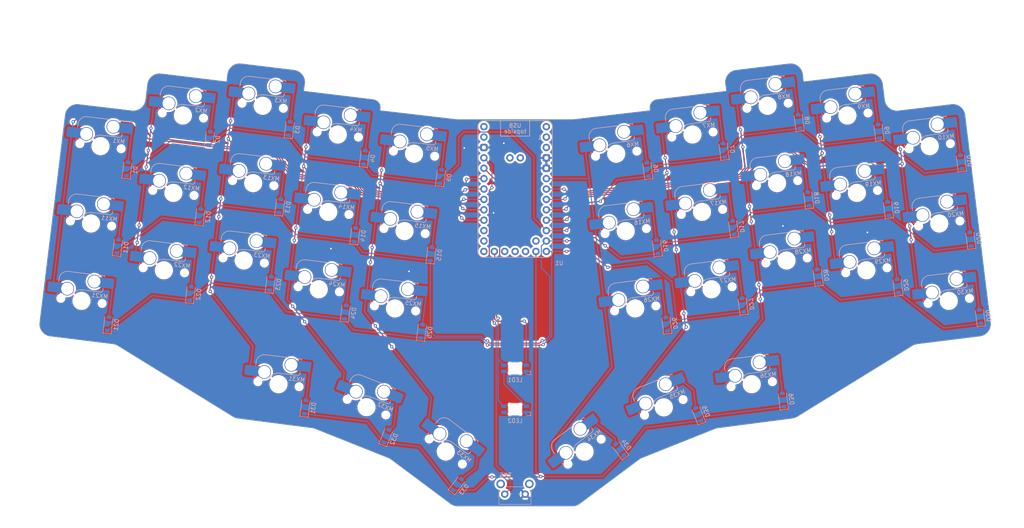
<source format=kicad_pcb>
(kicad_pcb (version 20240108) (generator "pcbnew") (generator_version "8.0")
  (layers (0 "F.Cu" signal) (31 "B.Cu" signal) (34 "B.Paste" user) (35 "F.Paste" user) (36 "B.SilkS" user "B.Silkscreen") (37 "F.SilkS" user "F.Silkscreen") (38 "B.Mask" user) (39 "F.Mask" user) (44 "Edge.Cuts" user))
  (net 0 "")
  (net 1 "ROW1")
  (net 2 "Net-(D1-A)")
  (net 3 "Net-(D2-A)")
  (net 4 "Net-(D3-A)")
  (net 5 "Net-(D4-A)")
  (net 6 "Net-(D5-A)")
  (net 7 "Net-(D6-A)")
  (net 8 "Net-(D7-A)")
  (net 9 "Net-(D8-A)")
  (net 10 "Net-(D9-A)")
  (net 11 "Net-(D10-A)")
  (net 12 "ROW2")
  (net 13 "Net-(D11-A)")
  (net 14 "Net-(D12-A)")
  (net 15 "Net-(D13-A)")
  (net 16 "Net-(D14-A)")
  (net 17 "Net-(D15-A)")
  (net 18 "Net-(D16-A)")
  (net 19 "Net-(D17-A)")
  (net 20 "Net-(D18-A)")
  (net 21 "Net-(D19-A)")
  (net 22 "Net-(D20-A)")
  (net 23 "ROW3")
  (net 24 "Net-(D21-A)")
  (net 25 "Net-(D22-A)")
  (net 26 "Net-(D23-A)")
  (net 27 "Net-(D24-A)")
  (net 28 "Net-(D25-A)")
  (net 29 "Net-(D26-A)")
  (net 30 "Net-(D27-A)")
  (net 31 "Net-(D28-A)")
  (net 32 "Net-(D29-A)")
  (net 33 "Net-(D30-A)")
  (net 34 "ROW4")
  (net 35 "Net-(D31-A)")
  (net 36 "Net-(D32-A)")
  (net 37 "Net-(D33-A)")
  (net 38 "Net-(D34-A)")
  (net 39 "Net-(D35-A)")
  (net 40 "Net-(D36-A)")
  (net 41 "5V")
  (net 43 "D-")
  (net 44 "GND")
  (net 45 "3V3")
  (net 46 "Net-(LED1-DOUT)")
  (net 47 "RGB")
  (net 50 "COL1")
  (net 51 "COL2")
  (net 52 "COL3")
  (net 53 "COL4")
  (net 54 "COL5")
  (net 55 "COL6")
  (net 56 "COL7")
  (net 57 "COL8")
  (net 58 "COL9")
  (net 59 "COL10")
  (net 60 "RESET")
  (net 68 "D+")
  (footprint "marbastlib-mx:SW_MX_HS_CPG151101S11_1u" (layer "B.Cu") (at 259.701515 115.74785 -173)
    (property "Reference" "MX18")
    (property "Value" "MX_SW_HS")
  )
  (footprint "marbastlib-mx:SW_MX_HS_CPG151101S11_1u" (layer "B.Cu") (at 257.380052 96.841036 -173)
    (property "Reference" "MX8")
    (property "Value" "MX_SW_HS")
  )
  (footprint "marbastlib-mx:SW_MX_HS_CPG151101S11_1u" (layer "B.Cu") (at 171.077674 108.555857 173)
    (property "Reference" "MX5")
    (property "Value" "MX_SW_HS")
  )
  (footprint "marbastlib-mx:SW_MX_HS_CPG151101S11_1u" (layer "B.Cu") (at 147.817369 141.690721 173)
    (property "Reference" "MX24")
    (property "Value" "MX_SW_HS")
  )
  (footprint "Diode_SMD:D_SOD-123" (layer "B.Cu") (at 284.536164 103.090323 97)
    (property "Reference" "D9")
    (property "Value" "1N4148W")
  )
  (footprint "Diode_SMD:D_SOD-123" (layer "B.Cu") (at 175.265897 133.059924 83)
    (property "Reference" "D15")
    (property "Value" "1N4148W")
  )
  (footprint "marbastlib-mx:SW_MX_HS_CPG151101S11_1u" (layer "B.Cu") (at 89.89347 144.527719 173)
    (property "Reference" "MX21")
    (property "Value" "MX_SW_HS")
  )
  (footprint "Diode_SMD:D_SOD-123" (layer "B.Cu") (at 118.834899 123.738235 83)
    (property "Reference" "D12")
    (property "Value" "1N4148W")
  )
  (footprint "marbastlib-mx:SW_MX_HS_CPG151101S11_1u" (layer "B.Cu") (at 243.695048 141.690721 -173)
    (property "Reference" "MX27")
    (property "Value" "MX_SW_HS")
  )
  (footprint "Diode_SMD:D_SOD-123" (layer "B.Cu") (at 286.857629 121.997135 97)
    (property "Reference" "D19")
    (property "Value" "1N4148W")
  )
  (footprint "Diode_SMD:D_SOD-123" (layer "B.Cu") (at 96.403158 150.124973 83)
    (property "Reference" "D21")
    (property "Value" "1N4148W")
  )
  (footprint "Diode_SMD:D_SOD-123" (layer "B.Cu") (at 164.314908 177.58364 68)
    (property "Reference" "D32")
    (property "Value" "1N4148W")
  )
  (footprint "marbastlib-mx:SW_MX_HS_CPG151101S11_1u" (layer "B.Cu") (at 212.705825 181.379528 -143)
    (property "Reference" "MX34")
    (property "Value" "MX_SW_HS")
  )
  (footprint "marbastlib-mx:SW_MX_HS_CPG151101S11_1u" (layer "B.Cu") (at 168.756211 127.46267 173)
    (property "Reference" "MX15")
    (property "Value" "MX_SW_HS")
  )
  (footprint "Diode_SMD:D_SOD-123" (layer "B.Cu") (at 156.648522 128.381163 83)
    (property "Reference" "D14")
    (property "Value" "1N4148W")
  )
  (footprint "marbastlib-mx:SW_MX_HS_CPG151101S11_1u" (layer "B.Cu") (at 112.325209 118.14098 173)
    (property "Reference" "MX12")
    (property "Value" "MX_SW_HS")
  )
  (footprint "marbastlib-mx:SW_MX_HS_CPG151101S11_1u" (layer "B.Cu") (at 241.373582 122.783907 -173)
    (property "Reference" "MX17")
    (property "Value" "MX_SW_HS")
  )
  (footprint "Diode_SMD:D_SOD-123" (layer "B.Cu") (at 181.665362 189.431893 53)
    (property "Reference" "D33")
    (property "Value" "1N4148W")
  )
  (footprint "marbastlib-mx:SW_MX_HS_CPG151101S11_1u" (layer "B.Cu") (at 166.434743 146.369483 173)
    (property "Reference" "MX25")
    (property "Value" "MX_SW_HS")
  )
  (footprint "marbastlib-mx:SW_MX_HS_CPG151101S11_1u" (layer "B.Cu") (at 276.865744 99.234166 -173)
    (property "Reference" "MX9")
    (property "Value" "MX_SW_HS")
  )
  (footprint "marbastlib-mx:SW_MX_HS_CPG151101S11_1u" (layer "B.Cu") (at 301.618946 144.52772 -173)
    (property "Reference" "MX30")
    (property "Value" "MX_SW_HS")
  )
  (footprint "marbastlib-mx:SW_MX_HS_CPG151101S11_1u" (layer "B.Cu") (at 150.138834 122.783907 173)
    (property "Reference" "MX14")
    (property "Value" "MX_SW_HS")
  )
  (footprint "marbastlib-mx:SW_MX_HS_CPG151101S11_1u" (layer "B.Cu") (at 281.508675 137.047794 -173)
    (property "Reference" "MX29")
    (property "Value" "MX_SW_HS")
  )
  (footprint "marbastlib-mx:SW_MX_HS_CPG151101S11_1u" (layer "B.Cu") (at 299.297482 125.620906 -173)
    (property "Reference" "MX20")
    (property "Value" "MX_SW_HS")
  )
  (footprint "marbastlib-mx:SW_MX_HS_CPG151101S11_1u" (layer "B.Cu") (at 92.214937 125.620906 173)
    (property "Reference" "MX11")
    (property "Value" "MX_SW_HS")
  )
  (footprint "Diode_SMD:D_SOD-123" (layer "B.Cu") (at 261.190823 168.741047 97)
    (property "Reference" "D36")
    (property "Value" "1N4148W")
  )
  (footprint "Diode_SMD:D_SOD-123" (layer "B.Cu") (at 138.320591 121.345103 83)
    (property "Reference" "D13")
    (property "Value" "1N4148W")
  )
  (footprint "Diode_SMD:D_SOD-123" (layer "B.Cu") (at 289.179096 140.903948 97)
    (property "Reference" "D29")
    (property "Value" "1N4148W")
  )
  (footprint "marbastlib-mx:SW_MX_HS_CPG151101S11_1u" (layer "B.Cu") (at 279.18721 118.140979 -173)
    (property "Reference" "MX19")
    (property "Value" "MX_SW_HS")
  )
  (footprint "Diode_SMD:D_SOD-123" (layer "B.Cu") (at 144.501702 170.482142 83)
    (property "Reference" "D31")
    (property "Value" "1N4148W")
  )
  (footprint "marbastlib-mx:SW_MX_HS_CPG151101S11_1u" (layer "B.Cu") (at 114.646676 99.234166 173)
    (property "Reference" "MX2")
    (property "Value" "MX_SW_HS")
  )
  (footprint "Diode_SMD:D_SOD-123" (layer "B.Cu") (at 306.967903 129.477062 97)
    (property "Reference" "D20")
    (property "Value" "1N4148W")
  )
  (footprint "marbastlib-mx:SW_MX_HS_CPG151101S11_1u" (layer "B.Cu") (at 137.992015 164.88489 173)
    (property "Reference" "MX31")
    (property "Value" "MX_SW_HS")
  )
  (footprint "Diode_SMD:D_SOD-123" (layer "B.Cu") (at 304.646437 110.570249 97)
    (property "Reference" "D10")
    (property "Value" "1N4148W")
  )
  (footprint "Diode_SMD:D_SOD-123" (layer "B.Cu") (at 267.371938 119.604002 97)
    (property "Reference" "D18")
    (property "Value" "1N4148W")
  )
  (footprint "marbastlib-mx:SW_MX_HS_CPG151101S11_1u" (layer "B.Cu") (at 159.475709 170.492279 158)
    (property "Reference" "MX32")
    (property "Value" "MX_SW_HS")
  )
  (footprint "marbastlib-mx:SW_MX_HS_CPG151101S11_1u" (layer "B.Cu") (at 232.056824 170.542422 -158)
    (property "Reference" "MX35")
    (property "Value" "MX_SW_HS")
  )
  (footprint "Diode_SMD:D_SOD-123" (layer "B.Cu") (at 221.276682 180.883843 127)
    (property "Reference" "D34")
    (property "Value" "1N4148W")
  )
  (footprint "marbastlib-mx:SW_MX_HS_CPG151101S11_1u" (layer "B.Cu") (at 225.077673 146.369484 -173)
    (property "Reference" "MX26")
    (property "Value" "MX_SW_HS")
  )
  (footprint "Diode_SMD:D_SOD-123" (layer "B.Cu") (at 101.04609 112.311349 83)
    (property "Reference" "D1")
    (property "Value" "1N4148W")
  )
  (footprint "Diode_SMD:D_SOD-123" (layer "B.Cu") (at 249.044002 126.640061 97)
    (property "Reference" "D17")
    (property "Value" "1N4148W")
  )
  (footprint "marbastlib-mx:SW_MX_HS_CPG151101S11_1u" (layer "B.Cu") (at 222.756207 127.462671 -173)
    (property "Reference" "MX16")
    (property "Value" "MX_SW_HS")
  )
  (footprint "Diode_SMD:D_SOD-123" (layer "B.Cu") (at 135.999125 140.251914 83)
    (property "Reference" "D23")
    (property "Value" "1N4148W")
  )
  (footprint "marbastlib-mx:SW_MX_HS_CPG151101S11_1u" (layer "B.Cu") (at 134.132366 96.841036 173)
    (property "Reference" "MX3")
    (property "Value" "MX_SW_HS")
  )
  (footprint "Diode_SMD:D_SOD-123" (layer "B.Cu") (at 154.327057 147.287976 83)
    (property "Reference" "D24")
    (property "Value" "1N4148W")
  )
  (footprint "marbastlib-mx:SW_MX_HS_CPG151101S11_1u" (layer "B.Cu") (at 129.489438 134.654663 173)
    (property "Reference" "MX23")
    (property "Value" "MX_SW_HS")
  )
  (footprint "marbastlib-mx:SW_MX_HS_CPG151101S11_1u" (layer "B.Cu") (at 262.022977 134.654667 -173)
    (property "Reference" "MX28")
    (property "Value" "MX_SW_HS")
  )
  (footprint "Diode_SMD:D_SOD-123" (layer "B.Cu") (at 228.105164 112.412011 97)
    (property "Reference" "D6")
    (property "Value" "1N4148W")
  )
  (footprint "marbastlib-mx:SW_MX_HS_CPG151101S11_1u" (layer "B.Cu") (at 253.520405 164.88489 -173)
    (property "Reference" "MX36")
    (property "Value" "MX_SW_HS")
  )
  (footprint "marbastlib-mx:SW_MX_HS_CPG151101S11_1u" (layer "B.Cu") (at 220.434742 108.555858 -173)
    (property "Reference" "MX6")
    (property "Value" "MX_SW_HS")
  )
  (footprint "marbastlib-various:SW_SKHLLCA010" (layer "B.Cu") (at 195.725 190.5)
    (property "Reference" "SW1")
    (property "Value" "SW_Push")
  )
  (footprint "Diode_SMD:D_SOD-123" (layer "B.Cu") (at 240.46393 172.281935 112)
    (property "Reference" "D35")
    (property "Value" "1N4148W")
  )
  (footprint "marbastlib-mx:SW_MX_HS_CPG151101S11_1u" (layer "B.Cu") (at 296.976018 106.714093 -173)
    (property "Reference" "MX10")
    (property "Value" "MX_SW_HS")
  )
  (footprint "Diode_SMD:D_SOD-123" (layer "B.Cu") (at 121.156365 104.831416 83)
    (property "Reference" "D2")
    (property "Value" "1N4148W")
  )
  (footprint "marbastlib-mx:SW_MX_HS_CPG151101S11_1u" (layer "B.Cu") (at 178.826434 181.329686 143)
    (property "Reference" "MX33")
    (property "Value" "MX_SW_HS")
  )
  (footprint "Diode_SMD:D_SOD-123" (layer "B.Cu") (at 269.693402 138.510821 97)
    (property "Reference" "D28")
    (property "Value" "1N4148W")
  )
  (footprint "marbastlib-mx:SW_MX_HS_CPG151101S11_1u" (layer "B.Cu") (at 152.4603 103.877094 173)
    (property "Reference" "MX4")
    (property "Value" "MX_SW_HS")
  )
  (footprint "Diode_SMD:D_SOD-123" (layer "B.Cu") (at 232.748097 150.225636 97)
    (property "Reference" "D26")
    (property "Value" "1N4148W")
  )
  (footprint "Diode_SMD:D_SOD-123" (layer "B.Cu") (at 309.289368 148.383874 97)
    (property "Reference" "D30")
    (property "Value" "1N4148W")
  )
  (footprint "marbastlib-mx:SW_MX_HS_CPG151101S11_1u" (layer "B.Cu") (at 94.536402 106.714093 173)
    (property "Reference" "MX1")
    (property "Value" "MX_SW_HS")
  )
  (footprint "PCM_marbastlib-xp-promicroish:Helios_AH_USBup" (layer "B.Cu") (at 195.756209 118.462671 180)
    (property "Reference" "U1")
    (property "Value" "Helios")
  )
  (footprint "Diode_SMD:D_SOD-123" (layer "B.Cu") (at 116.505804 142.707181 83)
    (property "Reference" "D22")
    (property "Value" "1N4148W")
  )
  (footprint "Diode_SMD:D_SOD-123" (layer "B.Cu") (at 265.050473 100.697189 97)
    (property "Reference" "D8")
    (property "Value" "1N4148W")
  )
  (footprint "Diode_SMD:D_SOD-123" (layer "B.Cu") (at 246.722536 107.733252 97)
    (property "Reference" "D7")
    (property "Value" "1N4148W")
  )
  (footprint "marbastlib-mx:SW_MX_HS_CPG151101S11_1u" (layer "B.Cu") (at 131.810902 115.747851 173)
    (property "Reference" "MX13")
    (property "Value" "MX_SW_HS")
  )
  (footprint "marbastlib-mx:SW_MX_HS_CPG151101S11_1u" (layer "B.Cu") (at 239.052118 103.877094 -173)
    (property "Reference" "MX7")
    (property "Value" "MX_SW_HS")
  )
  (footprint "marbastlib-mx:SW_MX_HS_CPG151101S11_1u" (layer "B.Cu") (at 110.003745 137.047792 173)
    (property "Reference" "MX22")
    (property "Value" "MX_SW_HS")
  )
  (footprint "Diode_SMD:D_SOD-123" (layer "B.Cu") (at 172.944428 151.96674 83)
    (property "Reference" "D25")
    (property "Value" "1N4148W")
  )
  (footprint "PCM_marbastlib-various:LED_6028R" (layer "B.Cu") (at 195.75 161.025 180)
    (property "Reference" "LED1")
    (property "Value" "SK6812MINI-E")
    (fp_line (start 1.699999 0.702843) (end 1.699999 -0.702841) (stroke (width 0.1)) (layer "Edge.Cuts"))
    (fp_line (start 0.794452 -1.499999) (end -0.794452 -1.499999) (stroke (width 0.1)) (layer "Edge.Cuts"))
    (fp_line (start -0.794453 1.5) (end 0.794452 1.5) (stroke (width 0.1)) (layer "Edge.Cuts"))
    (fp_line (start -1.699999 -0.702841) (end -1.699999 0.702843) (stroke (width 0.1)) (layer "Edge.Cuts"))
    (fp_arc (start 1.749484 0.919721) (mid 1.712526 0.814069) (end 1.699999 0.702843) (stroke (width 0.1)) (layer "Edge.Cuts"))
    (fp_arc (start 1.749484 0.919721) (mid 1.638072 1.504036) (end 1.046711 1.5683) (stroke (width 0.1)) (layer "Edge.Cuts"))
    (fp_arc (start 1.699999 -0.702842) (mid 1.712536 -0.814064) (end 1.749484 -0.919719) (stroke (width 0.1)) (layer "Edge.Cuts"))
    (fp_arc (start 1.046711 -1.568296) (mid 1.63807 -1.504033) (end 1.749484 -0.919719) (stroke (width 0.1)) (layer "Edge.Cuts"))
    (fp_arc (start 1.04671 -1.568298) (mid 0.925122 -1.517376) (end 0.794452 -1.499999) (stroke (width 0.1)) (layer "Edge.Cuts"))
    (fp_arc (start 0.794453 1.500001) (mid 0.925123 1.517378) (end 1.046711 1.5683) (stroke (width 0.1)) (layer "Edge.Cuts"))
    (fp_arc (start -0.794452 -1.499999) (mid -0.925123 -1.517376) (end -1.046711 -1.568298) (stroke (width 0.1)) (layer "Edge.Cuts"))
    (fp_arc (start -1.046711 1.568299) (mid -0.925123 1.517377) (end -0.794453 1.5) (stroke (width 0.1)) (layer "Edge.Cuts"))
    (fp_arc (start -1.046711 1.568299) (mid -1.638071 1.504036) (end -1.749484 0.919721) (stroke (width 0.1)) (layer "Edge.Cuts"))
    (fp_arc (start -1.699999 0.702844) (mid -1.712527 0.814069) (end -1.749484 0.919721) (stroke (width 0.1)) (layer "Edge.Cuts"))
    (fp_arc (start -1.749484 -0.919718) (mid -1.638072 -1.504034) (end -1.046711 -1.568298) (stroke (width 0.1)) (layer "Edge.Cuts"))
    (fp_arc (start -1.749484 -0.919719) (mid -1.712527 -0.814067) (end -1.699999 -0.702841) (stroke (width 0.1)) (layer "Edge.Cuts"))
  )
  (footprint "Diode_SMD:D_SOD-123" (layer "B.Cu") (at 140.642056 102.43829 83)
    (property "Reference" "D3")
    (property "Value" "1N4148W")
  )
  (footprint "Diode_SMD:D_SOD-123" (layer "B.Cu") (at 177.587363 114.15311 83)
    (property "Reference" "D5")
    (property "Value" "1N4148W")
  )
  (footprint "Diode_SMD:D_SOD-123" (layer "B.Cu") (at 230.426631 131.318823 97)
    (property "Reference" "D16")
    (property "Value" "1N4148W")
  )
  (footprint "Diode_SMD:D_SOD-123" (layer "B.Cu") (at 98.724628 131.218161 83)
    (property "Reference" "D11")
    (property "Value" "1N4148W")
  )
  (footprint "Diode_SMD:D_SOD-123" (layer "B.Cu") (at 251.365468 145.546875 97)
    (property "Reference" "D27")
    (property "Value" "1N4148W")
  )
  (footprint "Diode_SMD:D_SOD-123" (layer "B.Cu") (at 158.96999 109.47435 83)
    (property "Reference" "D4")
    (property "Value" "1N4148W")
  )
  (footprint "PCM_marbastlib-various:LED_6028R" (layer "B.Cu") (at 195.749997 171.025004 180)
    (property "Reference" "LED2")
    (property "Value" "SK6812MINI-E")
    (fp_line (start 1.699999 0.702843) (end 1.699999 -0.702841) (stroke (width 0.1)) (layer "Edge.Cuts"))
    (fp_line (start 0.794452 -1.499999) (end -0.794452 -1.499999) (stroke (width 0.1)) (layer "Edge.Cuts"))
    (fp_line (start -0.794453 1.5) (end 0.794452 1.5) (stroke (width 0.1)) (layer "Edge.Cuts"))
    (fp_line (start -1.699999 -0.702841) (end -1.699999 0.702843) (stroke (width 0.1)) (layer "Edge.Cuts"))
    (fp_arc (start 1.749484 0.919721) (mid 1.712526 0.814069) (end 1.699999 0.702843) (stroke (width 0.1)) (layer "Edge.Cuts"))
    (fp_arc (start 1.749484 0.919721) (mid 1.638072 1.504036) (end 1.046711 1.5683) (stroke (width 0.1)) (layer "Edge.Cuts"))
    (fp_arc (start 1.699999 -0.702842) (mid 1.712536 -0.814064) (end 1.749484 -0.919719) (stroke (width 0.1)) (layer "Edge.Cuts"))
    (fp_arc (start 1.046711 -1.568296) (mid 1.63807 -1.504033) (end 1.749484 -0.919719) (stroke (width 0.1)) (layer "Edge.Cuts"))
    (fp_arc (start 1.04671 -1.568298) (mid 0.925122 -1.517376) (end 0.794452 -1.499999) (stroke (width 0.1)) (layer "Edge.Cuts"))
    (fp_arc (start 0.794453 1.500001) (mid 0.925123 1.517378) (end 1.046711 1.5683) (stroke (width 0.1)) (layer "Edge.Cuts"))
    (fp_arc (start -0.794452 -1.499999) (mid -0.925123 -1.517376) (end -1.046711 -1.568298) (stroke (width 0.1)) (layer "Edge.Cuts"))
    (fp_arc (start -1.046711 1.568299) (mid -0.925123 1.517377) (end -0.794453 1.5) (stroke (width 0.1)) (layer "Edge.Cuts"))
    (fp_arc (start -1.046711 1.568299) (mid -1.638071 1.504036) (end -1.749484 0.919721) (stroke (width 0.1)) (layer "Edge.Cuts"))
    (fp_arc (start -1.699999 0.702844) (mid -1.712527 0.814069) (end -1.749484 0.919721) (stroke (width 0.1)) (layer "Edge.Cuts"))
    (fp_arc (start -1.749484 -0.919718) (mid -1.638072 -1.504034) (end -1.046711 -1.568298) (stroke (width 0.1)) (layer "Edge.Cuts"))
    (fp_arc (start -1.749484 -0.919719) (mid -1.712527 -0.814067) (end -1.699999 -0.702841) (stroke (width 0.1)) (layer "Edge.Cuts"))
  )
  (gr_arc (start 262.647286 86.525571) (mid 264.853287 87.13775) (end 265.985097 89.127753) (stroke (width 0.1)) (layer "Edge.Cuts"))
  (gr_arc (start 264.659206 172.827904) (mid 264.088106 173.101439) (end 263.472317 173.249018) (stroke (width 0.1)) (layer "Edge.Cuts"))
  (gr_line (start 128.854642 86.525572) (end 141.817155 88.098858) (stroke (width 0.1)) (layer "Edge.Cuts"))
  (gr_arc (start 311.846604 149.843316) (mid 311.234126 152.053707) (end 309.239055 153.185387) (stroke (width 0.1)) (layer "Edge.Cuts"))
  (gr_arc (start 125.516827 89.127754) (mid 126.648694 87.137811) (end 128.854642 86.525572) (stroke (width 0.1)) (layer "Edge.Cuts"))
  (gr_line (start 230.358153 95.278902) (end 247.310964 93.215864) (stroke (width 0.1)) (layer "Edge.Cuts"))
  (gr_line (start 144.190964 93.215864) (end 161.143773 95.278902) (stroke (width 0.1)) (layer "Edge.Cuts"))
  (gr_line (start 266.210964 90.915861) (end 282.187819 88.976719) (stroke (width 0.1)) (layer "Edge.Cuts"))
  (gr_arc (start 85.877238 99.083244) (mid 87.003379 97.087812) (end 89.20959 96.469271) (stroke (width 0.1)) (layer "Edge.Cuts"))
  (gr_line (start 293.959078 155.085278) (end 309.239055 153.185387) (stroke (width 0.1)) (layer "Edge.Cuts"))
  (gr_line (start 247.310964 93.215864) (end 247.073936 91.483736) (stroke (width 0.1)) (layer "Edge.Cuts"))
  (gr_line (start 181.737541 194.715863) (end 209.764386 194.715861) (stroke (width 0.1)) (layer "Edge.Cuts"))
  (gr_line (start 226.727908 182.919482) (end 244.560694 175.805594) (stroke (width 0.1)) (layer "Edge.Cuts"))
  (gr_arc (start 105.975111 91.588397) (mid 107.104355 89.591843) (end 109.314109 88.976719) (stroke (width 0.1)) (layer "Edge.Cuts"))
  (gr_line (start 105.505977 95.400131) (end 105.975111 91.588397) (stroke (width 0.1)) (layer "Edge.Cuts"))
  (gr_line (start 228.660964 97.965864) (end 228.610088 97.467285) (stroke (width 0.1)) (layer "Edge.Cuts"))
  (gr_arc (start 164.774018 182.919478) (mid 165.12831 183.088455) (end 165.457501 183.302253) (stroke (width 0.1)) (layer "Edge.Cuts"))
  (gr_line (start 264.659206 172.827904) (end 292.755 155.508577) (stroke (width 0.1)) (layer "Edge.Cuts"))
  (gr_arc (start 228.610088 97.467285) (mid 229.037101 96.016018) (end 230.358153 95.278902) (stroke (width 0.1)) (layer "Edge.Cuts"))
  (gr_line (start 125.290962 90.915861) (end 125.516827 89.127754) (stroke (width 0.1)) (layer "Edge.Cuts"))
  (gr_line (start 249.684772 88.098855) (end 262.647286 86.525571) (stroke (width 0.1)) (layer "Edge.Cuts"))
  (gr_arc (start 292.755 155.508577) (mid 293.334266 155.232149) (end 293.959078 155.085278) (stroke (width 0.1)) (layer "Edge.Cuts"))
  (gr_line (start 181.815899 100.165865) (end 209.686027 100.165861) (stroke (width 0.1)) (layer "Edge.Cuts"))
  (gr_line (start 98.746926 155.508578) (end 126.84272 172.827907) (stroke (width 0.1)) (layer "Edge.Cuts"))
  (gr_arc (start 282.187819 88.976719) (mid 284.397558 89.591858) (end 285.526813 91.588396) (stroke (width 0.1)) (layer "Edge.Cuts"))
  (gr_arc (start 302.292338 96.469269) (mid 304.498555 97.087803) (end 305.62469 99.083243) (stroke (width 0.1)) (layer "Edge.Cuts"))
  (gr_arc (start 210.034712 100.145532) (mid 209.860666 100.160776) (end 209.686027 100.165861) (stroke (width 0.1)) (layer "Edge.Cuts"))
  (gr_line (start 128.029611 173.249019) (end 146.217008 175.617172) (stroke (width 0.1)) (layer "Edge.Cuts"))
  (gr_line (start 82.262871 153.185384) (end 97.542845 155.085275) (stroke (width 0.1)) (layer "Edge.Cuts"))
  (gr_arc (start 211.559453 194.119558) (mid 210.710147 194.562894) (end 209.764386 194.715861) (stroke (width 0.1)) (layer "Edge.Cuts"))
  (gr_arc (start 161.143773 95.278902) (mid 162.464827 96.016017) (end 162.891839 97.467285) (stroke (width 0.1)) (layer "Edge.Cuts"))
  (gr_arc (start 181.737541 194.715863) (mid 180.791784 194.56288) (end 179.942475 194.119554) (stroke (width 0.1)) (layer "Edge.Cuts"))
  (gr_line (start 89.20959 96.469271) (end 102.173805 98.012629) (stroke (width 0.1)) (layer "Edge.Cuts"))
  (gr_line (start 165.457501 183.302253) (end 179.942475 194.119554) (stroke (width 0.1)) (layer "Edge.Cuts"))
  (gr_line (start 285.526813 91.588396) (end 285.995951 95.400129) (stroke (width 0.1)) (layer "Edge.Cuts"))
  (gr_line (start 289.328123 98.012631) (end 302.292338 96.469269) (stroke (width 0.1)) (layer "Edge.Cuts"))
  (gr_line (start 144.427991 91.483736) (end 144.190964 93.215864) (stroke (width 0.1)) (layer "Edge.Cuts"))
  (gr_arc (start 105.505977 95.400131) (mid 104.379437 97.394549) (end 102.173805 98.012629) (stroke (width 0.1)) (layer "Edge.Cuts"))
  (gr_arc (start 128.029611 173.249019) (mid 127.413818 173.101448) (end 126.84272 172.827907) (stroke (width 0.1)) (layer "Edge.Cuts"))
  (gr_line (start 162.891839 97.467285) (end 162.840963 97.965861) (stroke (width 0.1)) (layer "Edge.Cuts"))
  (gr_line (start 211.559453 194.119558) (end 226.044425 183.30225) (stroke (width 0.1)) (layer "Edge.Cuts"))
  (gr_arc (start 146.217008 175.617172) (mid 146.585019 175.688714) (end 146.941235 175.805592) (stroke (width 0.1)) (layer "Edge.Cuts"))
  (gr_arc (start 289.328123 98.012631) (mid 287.122475 97.394568) (end 285.995951 95.400129) (stroke (width 0.1)) (layer "Edge.Cuts"))
  (gr_line (start 109.314109 88.976719) (end 125.290962 90.915861) (stroke (width 0.1)) (layer "Edge.Cuts"))
  (gr_arc (start 181.815899 100.165865) (mid 181.64126 100.160779) (end 181.467214 100.145529) (stroke (width 0.1)) (layer "Edge.Cuts"))
  (gr_line (start 245.28492 175.617169) (end 263.472317 173.249018) (stroke (width 0.1)) (layer "Edge.Cuts"))
  (gr_line (start 210.034712 100.145532) (end 228.660964 97.965864) (stroke (width 0.1)) (layer "Edge.Cuts"))
  (gr_arc (start 82.262871 153.185384) (mid 80.267824 152.053718) (end 79.655321 149.843316) (stroke (width 0.1)) (layer "Edge.Cuts"))
  (gr_line (start 162.840963 97.965861) (end 181.467214 100.145529) (stroke (width 0.1)) (layer "Edge.Cuts"))
  (gr_line (start 305.62469 99.083243) (end 311.846604 149.843316) (stroke (width 0.1)) (layer "Edge.Cuts"))
  (gr_line (start 146.941235 175.805592) (end 164.774018 182.919478) (stroke (width 0.1)) (layer "Edge.Cuts"))
  (gr_arc (start 141.817155 88.098858) (mid 143.831124 89.244757) (end 144.427991 91.483736) (stroke (width 0.1)) (layer "Edge.Cuts"))
  (gr_line (start 265.985097 89.127753) (end 266.210964 90.915861) (stroke (width 0.1)) (layer "Edge.Cuts"))
  (gr_arc (start 226.044425 183.30225) (mid 226.37362 183.088464) (end 226.727908 182.919482) (stroke (width 0.1)) (layer "Edge.Cuts"))
  (gr_line (start 79.655321 149.843316) (end 85.877238 99.083244) (stroke (width 0.1)) (layer "Edge.Cuts"))
  (gr_arc (start 244.560694 175.805594) (mid 244.916909 175.68871) (end 245.28492 175.617169) (stroke (width 0.1)) (layer "Edge.Cuts"))
  (gr_arc (start 97.542845 155.085275) (mid 98.167658 155.23215) (end 98.746926 155.508578) (stroke (width 0.1)) (layer "Edge.Cuts"))
  (gr_arc (start 247.073936 91.483736) (mid 247.670755 89.244743) (end 249.684772 88.098855) (stroke (width 0.1)) (layer "Edge.Cuts"))
  (segment (start 216.568875 120.179431) (end 213.636636 120.539465) (width 0.25) (layer "F.Cu") (net 1))
  (segment (start 213.636636 120.539465) (end 208.337264 127.322352) (width 0.25) (layer "F.Cu") (net 1))
  (via (at 208.337264 127.322352) (size 0.8) (drill 0.4) (layers "F.Cu" "B.Cu") (net 1))
  (via (at 216.568875 120.179431) (size 0.8) (drill 0.4) (layers "F.Cu" "B.Cu") (net 1))
  (segment (start 270.545033 106.470608) (end 284.73725 104.728023) (width 0.25) (layer "B.Cu") (net 1))
  (segment (start 140.440971 104.075992) (end 144.576683 109.369465) (width 0.25) (layer "B.Cu") (net 1))
  (segment (start 295.742104 113.325955) (end 284.73725 104.728023) (width 0.25) (layer "B.Cu") (net 1))
  (segment (start 230.374107 111.402975) (end 228.306251 114.049711) (width 0.25) (layer "B.Cu") (net 1))
  (segment (start 220.620659 114.993384) (end 216.568875 120.179431) (width 0.25) (layer "B.Cu") (net 1))
  (segment (start 160.836763 113.75879) (end 177.386278 115.790815) (width 0.25) (layer "B.Cu") (net 1))
  (segment (start 265.251557 102.33489) (end 251.059337 104.077478) (width 0.25) (layer "B.Cu") (net 1))
  (segment (start 111.84986 105.351114) (end 120.955279 106.469119) (width 0.25) (layer "B.Cu") (net 1))
  (segment (start 246.923618 109.370953) (end 230.374107 111.402975) (width 0.25) (layer "B.Cu") (net 1))
  (segment (start 200.35 109.3) (end 200.35 124.326462) (width 0.25) (layer "B.Cu") (net 1))
  (segment (start 140.440971 104.075992) (end 126.248748 102.333405) (width 0.25) (layer "B.Cu") (net 1))
  (segment (start 208.337264 127.322352) (end 208.306945 127.352671) (width 0.25) (layer "B.Cu") (net 1))
  (segment (start 194.317671 103.267671) (end 200.35 109.3) (width 0.25) (layer "B.Cu") (net 1))
  (segment (start 126.248748 102.333405) (end 120.955279 106.469119) (width 0.25) (layer "B.Cu") (net 1))
  (segment (start 251.059337 104.077478) (end 246.923618 109.370953) (width 0.25) (layer "B.Cu") (net 1))
  (segment (start 265.251557 102.33489) (end 270.545033 106.470608) (width 0.25) (layer "B.Cu") (net 1))
  (segment (start 200.35 124.326462) (end 203.376209 127.352671) (width 0.25) (layer "B.Cu") (net 1))
  (segment (start 182 104.55) (end 183.282329 103.267671) (width 0.25) (layer "B.Cu") (net 1))
  (segment (start 144.576683 109.369465) (end 158.768904 111.112049) (width 0.25) (layer "B.Cu") (net 1))
  (segment (start 182 111.17709) (end 182 104.55) (width 0.25) (layer "B.Cu") (net 1))
  (segment (start 177.386279 115.790811) (end 182 111.17709) (width 0.25) (layer "B.Cu") (net 1))
  (segment (start 208.306945 127.352671) (end 203.376209 127.352671) (width 0.25) (layer "B.Cu") (net 1))
  (segment (start 228.306249 114.049712) (end 220.620659 114.993384) (width 0.25) (layer "B.Cu") (net 1))
  (segment (start 304.847522 112.207952) (end 295.742104 113.325955) (width 0.25) (layer "B.Cu") (net 1))
  (segment (start 183.282329 103.267671) (end 194.317671 103.267671) (width 0.25) (layer "B.Cu") (net 1))
  (segment (start 100.845006 113.949049) (end 111.84986 105.351114) (width 0.25) (layer "B.Cu") (net 1))
  (segment (start 158.768904 111.112049) (end 160.836763 113.75879) (width 0.25) (layer "B.Cu") (net 1))
  (segment (start 101.200104 102.414145) (end 102.117188 103.587959) (width 0.25) (layer "B.Cu") (net 2))
  (segment (start 102.117188 103.587959) (end 101.247175 110.673647) (width 0.25) (layer "B.Cu") (net 2))
  (segment (start 122.227462 96.108032) (end 121.357448 103.193715) (width 0.25) (layer "B.Cu") (net 3))
  (segment (start 121.310378 94.934219) (end 122.227462 96.108032) (width 0.25) (layer "B.Cu") (net 3))
  (segment (start 140.796069 92.541084) (end 141.713154 93.714898) (width 0.25) (layer "B.Cu") (net 4))
  (segment (start 141.713154 93.714898) (end 140.843139 100.800588) (width 0.25) (layer "B.Cu") (net 4))
  (segment (start 160.041086 100.750958) (end 159.171073 107.836646) (width 0.25) (layer "B.Cu") (net 5))
  (segment (start 159.124001 99.577144) (end 160.041086 100.750958) (width 0.25) (layer "B.Cu") (net 5))
  (segment (start 177.741376 104.255907) (end 178.658461 105.42972) (width 0.25) (layer "B.Cu") (net 6))
  (segment (start 178.658461 105.42972) (end 177.788444 112.51541) (width 0.25) (layer "B.Cu") (net 6))
  (segment (start 227.034068 103.688624) (end 227.904081 110.774311) (width 0.25) (layer "B.Cu") (net 7))
  (segment (start 225.860253 102.771539) (end 227.034068 103.688624) (width 0.25) (layer "B.Cu") (net 7))
  (segment (start 244.477626 98.092776) (end 245.651439 99.009859) (width 0.25) (layer "B.Cu") (net 8))
  (segment (start 245.651439 99.009859) (end 246.521452 106.095548) (width 0.25) (layer "B.Cu") (net 8))
  (segment (start 262.805561 91.056717) (end 263.979376 91.973801) (width 0.25) (layer "B.Cu") (net 9))
  (segment (start 263.979376 91.973801) (end 264.849389 99.05949) (width 0.25) (layer "B.Cu") (net 9))
  (segment (start 282.291253 93.449845) (end 283.465069 94.366932) (width 0.25) (layer "B.Cu") (net 10))
  (segment (start 283.465069 94.366932) (end 284.335082 101.452618) (width 0.25) (layer "B.Cu") (net 10))
  (segment (start 302.401528 100.929774) (end 303.575336 101.846859) (width 0.25) (layer "B.Cu") (net 11))
  (segment (start 303.575336 101.846859) (end 304.445353 108.932548) (width 0.25) (layer "B.Cu") (net 11))
  (segment (start 217.754462 131.066092) (end 215.161867 129.040535) (width 0.25) (layer "F.Cu") (net 12))
  (segment (start 189.012652 154.287345) (end 189.575307 154.85) (width 0.25) (layer "F.Cu") (net 12))
  (segment (start 189.575307 154.85) (end 201.762665 154.85) (width 0.25) (layer "F.Cu") (net 12))
  (segment (start 201.762665 154.85) (end 202.39047 154.222195) (width 0.25) (layer "F.Cu") (net 12))
  (segment (start 215.161867 129.040535) (end 208.387264 129.872351) (width 0.25) (layer "F.Cu") (net 12))
  (via (at 217.754462 131.066092) (size 0.8) (drill 0.4) (layers "F.Cu" "B.Cu") (net 12))
  (via (at 189.012652 154.287345) (size 0.8) (drill 0.4) (layers "F.Cu" "B.Cu") (net 12))
  (via (at 208.387264 129.872351) (size 0.8) (drill 0.4) (layers "F.Cu" "B.Cu") (net 12))
  (via (at 202.39047 154.222195) (size 0.8) (drill 0.4) (layers "F.Cu" "B.Cu") (net 12))
  (segment (start 204.226209 138.55) (end 202.151209 136.475) (width 0.25) (layer "B.Cu") (net 12))
  (segment (start 158.515301 132.665601) (end 175.064814 134.697627) (width 0.25) (layer "B.Cu") (net 12))
  (segment (start 208.366945 129.89267) (end 203.376209 129.892671) (width 0.25) (layer "B.Cu") (net 12))
  (segment (start 298.063567 132.232771) (end 287.058711 123.634834) (width 0.25) (layer "B.Cu") (net 12))
  (segment (start 230.627715 132.956524) (end 221.593842 134.065744) (width 0.25) (layer "B.Cu") (net 12))
  (segment (start 202.151209 131.117671) (end 203.376209 129.892671) (width 0.25) (layer "B.Cu") (net 12))
  (segment (start 272.866497 125.377419) (end 287.058711 123.634834) (width 0.25) (layer "B.Cu") (net 12))
  (segment (start 109.528392 124.257928) (end 118.633816 125.375937) (width 0.25) (layer "B.Cu") (net 12))
  (segment (start 175.064813 134.697625) (end 175.064813 152.019254) (width 0.25) (layer "B.Cu") (net 12))
  (segment (start 253.380803 122.984292) (end 249.245088 128.277763) (width 0.25) (layer "B.Cu") (net 12))
  (segment (start 202.151209 136.475) (end 202.151209 131.117671) (width 0.25) (layer "B.Cu") (net 12))
  (segment (start 202.927805 154.222195) (end 204.226209 152.923791) (width 0.25) (layer "B.Cu") (net 12))
  (segment (start 267.573022 121.241703) (end 272.866497 125.377419) (width 0.25) (layer "B.Cu") (net 12))
  (segment (start 188.623741 154.287345) (end 189.012652 154.287345) (width 0.25) (layer "B.Cu") (net 12))
  (segment (start 208.387264 129.872351) (end 208.366945 129.89267) (width 0.25) (layer "B.Cu") (net 12))
  (segment (start 307.168987 131.114767) (end 298.063567 132.232771) (width 0.25) (layer "B.Cu") (net 12))
  (segment (start 221.593842 134.065744) (end 217.754462 131.066092) (width 0.25) (layer "B.Cu") (net 12))
  (segment (start 187.490837 153.154441) (end 188.623741 154.287345) (width 0.25) (layer "B.Cu") (net 12))
  (segment (start 118.633816 125.375937) (end 123.927287 121.240222) (width 0.25) (layer "B.Cu") (net 12))
  (segment (start 176.2 153.154441) (end 187.490837 153.154441) (width 0.25) (layer "B.Cu") (net 12))
  (segment (start 267.573022 121.241703) (end 253.380803 122.984292) (width 0.25) (layer "B.Cu") (net 12))
  (segment (start 202.39047 154.222195) (end 202.927805 154.222195) (width 0.25) (layer "B.Cu") (net 12))
  (segment (start 98.52354 132.855864) (end 109.528392 124.257928) (width 0.25) (layer "B.Cu") (net 12))
  (segment (start 175.064813 152.019254) (end 176.2 153.154441) (width 0.25) (layer "B.Cu") (net 12))
  (segment (start 230.627715 132.956524) (end 232.695573 130.309787) (width 0.25) (layer "B.Cu") (net 12))
  (segment (start 232.695573 130.309787) (end 249.245088 128.277763) (width 0.25) (layer "B.Cu") (net 12))
  (segment (start 204.226209 152.923791) (end 204.226209 138.55) (width 0.25) (layer "B.Cu") (net 12))
  (segment (start 123.927287 121.240222) (end 138.119507 122.982804) (width 0.25) (layer "B.Cu") (net 12))
  (segment (start 138.119507 122.982804) (end 142.255218 128.276276) (width 0.25) (layer "B.Cu") (net 12))
  (segment (start 142.255218 128.276276) (end 156.44744 130.018864) (width 0.25) (layer "B.Cu") (net 12))
  (segment (start 156.44744 130.018864) (end 158.515301 132.665601) (width 0.25) (layer "B.Cu") (net 12))
  (segment (start 99.795725 122.494775) (end 98.925712 129.580459) (width 0.25) (layer "B.Cu") (net 13))
  (segment (start 98.878638 121.320956) (end 99.795725 122.494775) (width 0.25) (layer "B.Cu") (net 13))
  (segment (start 119.905998 115.014849) (end 119.035985 122.100531) (width 0.25) (layer "B.Cu") (net 14))
  (segment (start 118.988911 113.841029) (end 119.905998 115.014849) (width 0.25) (layer "B.Cu") (net 14))
  (segment (start 139.391689 112.621712) (end 138.521673 119.707402) (width 0.25) (layer "B.Cu") (net 15))
  (segment (start 138.474605 111.447898) (end 139.391689 112.621712) (width 0.25) (layer "B.Cu") (net 15))
  (segment (start 156.802538 118.48396) (end 157.719621 119.657774) (width 0.25) (layer "B.Cu") (net 16))
  (segment (start 157.719621 119.657774) (end 156.849608 126.743462) (width 0.25) (layer "B.Cu") (net 16))
  (segment (start 176.336996 124.336533) (end 175.46698 131.422223) (width 0.25) (layer "B.Cu") (net 17))
  (segment (start 175.419911 123.162719) (end 176.336996 124.336533) (width 0.25) (layer "B.Cu") (net 17))
  (segment (start 229.355534 122.595438) (end 230.225546 129.681122) (width 0.25) (layer "B.Cu") (net 18))
  (segment (start 228.181717 121.678355) (end 229.355534 122.595438) (width 0.25) (layer "B.Cu") (net 18))
  (segment (start 246.799092 116.999591) (end 247.972905 117.916674) (width 0.25) (layer "B.Cu") (net 19))
  (segment (start 247.972905 117.916674) (end 248.842919 125.00236) (width 0.25) (layer "B.Cu") (net 19))
  (segment (start 265.127025 109.963534) (end 266.30084 110.880616) (width 0.25) (layer "B.Cu") (net 20))
  (segment (start 266.30084 110.880616) (end 267.170854 117.966301) (width 0.25) (layer "B.Cu") (net 20))
  (segment (start 285.78653 113.27374) (end 286.656545 120.359434) (width 0.25) (layer "B.Cu") (net 21))
  (segment (start 284.612717 112.356658) (end 285.78653 113.27374) (width 0.25) (layer "B.Cu") (net 21))
  (segment (start 304.722992 119.836588) (end 305.896803 120.753674) (width 0.25) (layer "B.Cu") (net 22))
  (segment (start 305.896803 120.753674) (end 306.766818 127.839361) (width 0.25) (layer "B.Cu") (net 22))
  (segment (start 212.715159 131.884813) (end 208.337263 132.422351) (width 0.25) (layer "F.Cu") (net 23))
  (segment (start 189 155.3) (end 202.5 155.3) (width 0.25) (layer "F.Cu") (net 23))
  (segment (start 218.40037 136.326587) (end 212.715159 131.884813) (width 0.25) (layer "F.Cu") (net 23))
  (segment (start 202.5 155.3) (end 202.6 155.2) (width 0.25) (layer "F.Cu") (net 23))
  (via (at 208.337263 132.422351) (size 0.8) (drill 0.4) (layers "F.Cu" "B.Cu") (net 23))
  (via (at 202.6 155.2) (size 0.8) (drill 0.4) (layers "F.Cu" "B.Cu") (net 23))
  (via (at 218.40037 136.326587) (size 0.8) (drill 0.4) (layers "F.Cu" "B.Cu") (net 23))
  (via (at 189 155.3) (size 0.8) (drill 0.4) (layers "F.Cu" "B.Cu") (net 23))
  (segment (start 96.202077 151.762674) (end 107.137163 143.219248) (width 0.25) (layer "B.Cu") (net 23))
  (segment (start 269.894487 140.148522) (end 255.702266 141.891105) (width 0.25) (layer "B.Cu") (net 23))
  (segment (start 235.193798 149.1949) (end 234.039818 139.796482) (width 0.25) (layer "B.Cu") (net 23))
  (segment (start 187.304441 153.604441) (end 189 155.3) (width 0.25) (layer "B.Cu") (net 23))
  (segment (start 269.894487 140.148522) (end 275.187958 144.284235) (width 0.25) (layer "B.Cu") (net 23))
  (segment (start 309.490452 150.021578) (end 300.385032 151.139583) (width 0.25) (layer "B.Cu") (net 23))
  (segment (start 204.676209 153.123791) (end 204.676209 132.432671) (width 0.25) (layer "B.Cu") (net 23))
  (segment (start 255.702266 141.891105) (end 251.566553 147.184579) (width 0.25) (layer "B.Cu") (net 23))
  (segment (start 300.385032 151.139583) (end 289.380179 142.541647) (width 0.25) (layer "B.Cu") (net 23))
  (segment (start 234.039818 139.796482) (end 230.58513 137.097383) (width 0.25) (layer "B.Cu") (net 23))
  (segment (start 202.6 155.2) (end 204.676209 153.123791) (width 0.25) (layer "B.Cu") (net 23))
  (segment (start 235.017037 149.216604) (end 235.193798 149.1949) (width 0.25) (layer "B.Cu") (net 23))
  (segment (start 135.798041 141.889615) (end 121.667958 140.154659) (width 0.25) (layer "B.Cu") (net 23))
  (segment (start 208.326945 132.432671) (end 203.376209 132.432671) (width 0.25) (layer "B.Cu") (net 23))
  (segment (start 139.933756 147.183089) (end 135.798041 141.889615) (width 0.25) (layer "B.Cu") (net 23))
  (segment (start 121.667958 140.154659) (end 116.304719 144.344883) (width 0.25) (layer "B.Cu") (net 23))
  (segment (start 172.743344 153.604441) (end 187.304441 153.604441) (width 0.25) (layer "B.Cu") (net 23))
  (segment (start 107.137163 143.219248) (end 116.304719 144.344883) (width 0.25) (layer "B.Cu") (net 23))
  (segment (start 275.187958 144.284235) (end 289.380179 142.541647) (width 0.25) (layer "B.Cu") (net 23))
  (segment (start 156.193835 151.572413) (end 154.125976 148.925677) (width 0.25) (layer "B.Cu") (net 23))
  (segment (start 172.743348 153.604439) (end 156.193835 151.572413) (width 0.25) (layer "B.Cu") (net 23))
  (segment (start 235.193798 149.1949) (end 251.566553 147.184579) (width 0.25) (layer "B.Cu") (net 23))
  (segment (start 230.58513 137.097383) (end 228.077695 135.138361) (width 0.25) (layer "B.Cu") (net 23))
  (segment (start 154.125976 148.925677) (end 139.933756 147.183089) (width 0.25) (layer "B.Cu") (net 23))
  (segment (start 232.949181 151.863337) (end 235.017037 149.216604) (width 0.25) (layer "B.Cu") (net 23))
  (segment (start 208.337263 132.422351) (end 208.326945 132.432671) (width 0.25) (layer "B.Cu") (net 23))
  (segment (start 228.077695 135.138361) (end 218.40037 136.326587) (width 0.25) (layer "B.Cu") (net 23))
  (segment (start 96.557174 140.227772) (end 97.474257 141.401586) (width 0.25) (layer "B.Cu") (net 24))
  (segment (start 97.474257 141.401586) (end 96.604245 148.487269) (width 0.25) (layer "B.Cu") (net 24))
  (segment (start 117.584527 133.921654) (end 116.706887 141.069477) (width 0.25) (layer "B.Cu") (net 25))
  (segment (start 116.667446 132.747845) (end 117.584527 133.921654) (width 0.25) (layer "B.Cu") (net 25))
  (segment (start 137.070224 131.528526) (end 136.200211 138.614216) (width 0.25) (layer "B.Cu") (net 26))
  (segment (start 136.153139 130.354713) (end 137.070224 131.528526) (width 0.25) (layer "B.Cu") (net 26))
  (segment (start 154.481074 137.390774) (end 155.398157 138.564588) (width 0.25) (layer "B.Cu") (net 27))
  (segment (start 155.398157 138.564588) (end 154.528144 145.650272) (width 0.25) (layer "B.Cu") (net 27))
  (segment (start 173.098445 142.069533) (end 174.01553 143.243346) (width 0.25) (layer "B.Cu") (net 28))
  (segment (start 174.01553 143.243346) (end 173.145516 150.329035) (width 0.25) (layer "B.Cu") (net 28))
  (segment (start 231.677 141.502251) (end 232.547012 148.587937) (width 0.25) (layer "B.Cu") (net 29))
  (segment (start 230.503183 140.585168) (end 231.677 141.502251) (width 0.25) (layer "B.Cu") (net 29))
  (segment (start 249.120558 135.906405) (end 250.294372 136.823487) (width 0.25) (layer "B.Cu") (net 30))
  (segment (start 250.294372 136.823487) (end 251.164385 143.909174) (width 0.25) (layer "B.Cu") (net 30))
  (segment (start 268.622304 129.787433) (end 269.492317 136.873117) (width 0.25) (layer "B.Cu") (net 31))
  (segment (start 267.448489 128.870348) (end 268.622304 129.787433) (width 0.25) (layer "B.Cu") (net 31))
  (segment (start 286.934183 131.263473) (end 288.107997 132.180558) (width 0.25) (layer "B.Cu") (net 32))
  (segment (start 288.107997 132.180558) (end 288.97801 139.266247) (width 0.25) (layer "B.Cu") (net 32))
  (segment (start 308.218271 139.660487) (end 309.088284 146.746173) (width 0.25) (layer "B.Cu") (net 33))
  (segment (start 307.044455 138.743404) (end 308.218271 139.660487) (width 0.25) (layer "B.Cu") (net 33))
  (segment (start 190.089114 187.544108) (end 201.889114 187.544106) (width 0.25) (layer "F.Cu") (net 34))
  (segment (start 201.889114 187.544106) (end 201.989112 187.444106) (width 0.25) (layer "F.Cu") (net 34))
  (via (at 190.089114 187.544108) (size 0.8) (drill 0.4) (layers "F.Cu" "B.Cu") (net 34))
  (via (at 201.989112 187.444106) (size 0.8) (drill 0.4) (layers "F.Cu" "B.Cu") (net 34))
  (segment (start 241.082031 173.811789) (end 227.52388 175.476518) (width 0.25) (layer "B.Cu") (net 34))
  (segment (start 201.989112 187.444106) (end 200.836209 186.291202) (width 0.25) (layer "B.Cu") (net 34))
  (segment (start 159.711094 174.012014) (end 163.696809 179.113495) (width 0.25) (layer "B.Cu") (net 34))
  (segment (start 172.417817 180.184299) (end 180.672366 190.749641) (width 0.25) (layer "B.Cu") (net 34))
  (segment (start 180.672366 190.749641) (end 185.88358 190.749642) (width 0.25) (layer "B.Cu") (net 34))
  (segment (start 217.027163 187.444108) (end 222.269676 182.201592) (width 0.25) (layer "B.Cu") (net 34))
  (segment (start 241.893762 172.772817) (end 241.082031 173.811789) (width 0.25) (layer "B.Cu") (net 34))
  (segment (start 261.39191 170.378748) (end 241.893762 172.772817) (width 0.25) (layer "B.Cu") (net 34))
  (segment (start 185.88358 190.749642) (end 189.089114 187.544108) (width 0.25) (layer "B.Cu") (net 34))
  (segment (start 227.52388 175.476518) (end 222.269677 182.201591) (width 0.25) (layer "B.Cu") (net 34))
  (segment (start 189.089114 187.544108) (end 190.089114 187.544108) (width 0.25) (layer "B.Cu") (net 34))
  (segment (start 144.300618 172.119843) (end 159.711094 174.012014) (width 0.25) (layer "B.Cu") (net 34))
  (segment (start 201.989112 187.444106) (end 217.027163 187.444108) (width 0.25) (layer "B.Cu") (net 34))
  (segment (start 163.696809 179.113495) (end 172.417817 180.184299) (width 0.25) (layer "B.Cu") (net 34))
  (segment (start 200.836209 186.291202) (end 200.836209 132.432671) (width 0.25) (layer "B.Cu") (net 34))
  (segment (start 144.655717 160.58494) (end 145.572801 161.758754) (width 0.25) (layer "B.Cu") (net 35))
  (segment (start 145.572801 161.758754) (end 144.702788 168.844444) (width 0.25) (layer "B.Cu") (net 35))
  (segment (start 164.93301 176.053786) (end 166.162084 175.093526) (width 0.25) (layer "B.Cu") (net 36))
  (segment (start 166.162084 175.093526) (end 167.025259 168.063539) (width 0.25) (layer "B.Cu") (net 36))
  (segment (start 182.658357 188.114145) (end 186.206562 185.34198) (width 0.25) (layer "B.Cu") (net 37))
  (segment (start 186.206562 185.34198) (end 186.747344 180.937668) (width 0.25) (layer "B.Cu") (net 37))
  (segment (start 220.093606 178.018004) (end 220.283685 179.566096) (width 0.25) (layer "B.Cu") (net 38))
  (segment (start 214.512295 173.657404) (end 220.093606 178.018004) (width 0.25) (layer "B.Cu") (net 38))
  (segment (start 239.297084 166.282906) (end 239.845829 170.752079) (width 0.25) (layer "B.Cu") (net 39))
  (segment (start 235.800373 163.550974) (end 239.297084 166.282906) (width 0.25) (layer "B.Cu") (net 39))
  (segment (start 260.119728 160.017657) (end 260.98974 167.103343) (width 0.25) (layer "B.Cu") (net 40))
  (segment (start 258.945915 159.100574) (end 260.119728 160.017657) (width 0.25) (layer "B.Cu") (net 40))
  (via (at 193 106) (size 0.8) (drill 0.4) (layers "F.Cu" "B.Cu") (net 44))
  (via (at 169.8518 137.3101) (size 0.8) (drill 0.4) (layers "F.Cu" "B.Cu") (net 44))
  (via (at 183.3447 107.1495) (size 0.8) (drill 0.4) (layers "F.Cu" "B.Cu") (net 44))
  (via (at 150.803 131.7542) (size 0.8) (drill 0.4) (layers "F.Cu" "B.Cu") (net 44))
  (via (at 261.1273 126.1983) (size 0.8) (drill 0.4) (layers "F.Cu" "B.Cu") (net 44))
  (via (at 190.488 123.0235) (size 0.8) (drill 0.4) (layers "F.Cu" "B.Cu") (net 44))
  (via (at 281.7635 127.7857) (size 0.8) (drill 0.4) (layers "F.Cu" "B.Cu") (net 44))
  (segment (start 183.461529 107.032671) (end 183.3447 107.1495) (width 0.25) (layer "B.Cu") (net 44))
  (segment (start 188.136209 107.032671) (end 183.461529 107.032671) (width 0.25) (layer "B.Cu") (net 44))
  (segment (start 191.590962 148.765861) (end 191.240964 148.415861) (width 0.25) (layer "F.Cu") (net 45))
  (segment (start 191.991206 115.967672) (end 188.136207 112.112669) (width 0.25) (layer "F.Cu") (net 45))
  (segment (start 191.240964 137.915863) (end 191.991209 137.165619) (width 0.25) (layer "F.Cu") (net 45))
  (segment (start 191.240964 148.415861) (end 191.240964 137.915863) (width 0.25) (layer "F.Cu") (net 45))
  (segment (start 191.991209 137.165619) (end 191.991206 115.967672) (width 0.25) (layer "F.Cu") (net 45))
  (via (at 191.590962 148.765861) (size 0.8) (drill 0.4) (layers "F.Cu" "B.Cu") (net 45))
  (segment (start 191.617564 151.342464) (end 191.617564 158.867564) (width 0.25) (layer "B.Cu") (net 45))
  (segment (start 191.617564 158.867564) (end 193.025 160.275) (width 0.25) (layer "B.Cu") (net 45))
  (segment (start 191.617564 158.867564) (end 191.617564 168.867571) (width 0.25) (layer "B.Cu") (net 45))
  (segment (start 191.617564 151.342464) (end 191.590964 151.315861) (width 0.25) (layer "B.Cu") (net 45))
  (segment (start 191.590962 148.765861) (end 191.590964 151.315861) (width 0.25) (layer "B.Cu") (net 45))
  (segment (start 191.617564 168.867571) (end 193.024997 170.275004) (width 0.25) (layer "B.Cu") (net 45))
  (segment (start 193.025 164.825007) (end 198.474997 170.275004) (width 0.25) (layer "B.Cu") (net 46))
  (segment (start 193.025 161.775) (end 193.025 164.825007) (width 0.25) (layer "B.Cu") (net 46))
  (segment (start 197.965961 149.490861) (end 197.990963 149.465864) (width 0.25) (layer "F.Cu") (net 47))
  (segment (start 190.790963 148.991169) (end 191.290659 149.490863) (width 0.25) (layer "F.Cu") (net 47))
  (segment (start 190.790964 132.547427) (end 190.790963 148.991169) (width 0.25) (layer "F.Cu") (net 47))
  (segment (start 190.676207 132.432671) (end 190.790964 132.547427) (width 0.25) (layer "F.Cu") (net 47))
  (segment (start 191.290659 149.490863) (end 197.965961 149.490861) (width 0.25) (layer "F.Cu") (net 47))
  (via (at 197.990963 149.465864) (size 0.8) (drill 0.4) (layers "F.Cu" "B.Cu") (net 47))
  (segment (start 198.481208 149.956107) (end 198.48121 160.26879) (width 0.25) (layer "B.Cu") (net 47))
  (segment (start 197.990963 149.465864) (end 198.481208 149.956107) (width 0.25) (layer "B.Cu") (net 47))
  (segment (start 198.48121 160.26879) (end 198.475 160.275) (width 0.25) (layer "B.Cu") (net 47))
  (segment (start 106.155642 104.924283) (end 136.825318 108.690046) (width 0.25) (layer "F.Cu") (net 50))
  (segment (start 102.585867 100.355183) (end 106.155642 104.924283) (width 0.25) (layer "F.Cu") (net 50))
  (segment (start 156.253216 116.213795) (end 158.081638 118.554065) (width 0.25) (layer "F.Cu") (net 50))
  (segment (start 180.384056 121.29246) (end 182.715941 124.277137) (width 0.25) (layer "F.Cu") (net 50))
  (segment (start 87.876206 100.765582) (end 90.327922 98.850096) (width 0.25) (layer "F.Cu") (net 50))
  (segment (start 136.825318 108.690046) (end 141.26577 114.373565) (width 0.25) (layer "F.Cu") (net 50))
  (segment (start 158.081638 118.554065) (end 180.384056 121.29246) (width 0.25) (layer "F.Cu") (net 50))
  (segment (start 90.327922 98.850096) (end 102.585867 100.355183) (width 0.25) (layer "F.Cu") (net 50))
  (segment (start 141.26577 114.373565) (end 156.253216 116.213795) (width 0.25) (layer "F.Cu") (net 50))
  (via (at 87.876206 100.765582) (size 0.8) (drill 0.4) (layers "F.Cu" "B.Cu") (net 50))
  (via (at 182.715941 124.277137) (size 0.8) (drill 0.4) (layers "F.Cu" "B.Cu") (net 50))
  (segment (start 87.848894 100.786922) (end 87.876206 100.765582) (width 0.25) (layer "B.Cu") (net 50))
  (segment (start 183.251475 124.812671) (end 188.136209 124.812671) (width 0.25) (layer "B.Cu") (net 50))
  (segment (start 87.540809 103.296067) (end 85.219345 122.202884) (width 0.25) (layer "B.Cu") (net 50))
  (segment (start 182.715941 124.277137) (end 183.251475 124.812671) (width 0.25) (layer "B.Cu") (net 50))
  (segment (start 87.540809 103.296067) (end 87.848894 100.786922) (width 0.25) (layer "B.Cu") (net 50))
  (segment (start 85.219345 122.202884) (end 82.89788 141.109697) (width 0.25) (layer "B.Cu") (net 50))
  (segment (start 156.493061 115.789863) (end 158.321485 118.130135) (width 0.25) (layer "F.Cu") (net 51))
  (segment (start 137.065166 108.266116) (end 141.505616 113.949635) (width 0.25) (layer "F.Cu") (net 51))
  (segment (start 108.195574 104.721376) (end 137.065166 108.266116) (width 0.25) (layer "F.Cu") (net 51))
  (segment (start 103.457179 130.183706) (end 103.500713 130.239427) (width 0.25) (layer "F.Cu") (net 51))
  (segment (start 141.505616 113.949635) (end 156.493061 115.789863) (width 0.25) (layer "F.Cu") (net 51))
  (segment (start 106.767921 103.008916) (end 108.096321 104.70919) (width 0.25) (layer "F.Cu") (net 51))
  (segment (start 158.321485 118.130135) (end 182.275108 121.071273) (width 0.25) (layer "F.Cu") (net 51))
  (segment (start 182.275108 121.071273) (end 182.952707 121.93856) (width 0.25) (layer "F.Cu") (net 51))
  (segment (start 106.211426 107.75216) (end 105.717855 111.771973) (width 0.25) (layer "F.Cu") (net 51))
  (segment (start 103.969029 126.015009) (end 103.457179 130.183706) (width 0.25) (layer "F.Cu") (net 51))
  (segment (start 108.096321 104.70919) (end 108.195574 104.721376) (width 0.25) (layer "F.Cu") (net 51))
  (segment (start 106.850098 102.339654) (end 106.767921 103.008916) (width 0.25) (layer "F.Cu") (net 51))
  (via (at 106.850098 102.339654) (size 0.8) (drill 0.4) (layers "F.Cu" "B.Cu") (net 51))
  (via (at 182.952707 121.93856) (size 0.8) (drill 0.4) (layers "F.Cu" "B.Cu") (net 51))
  (via (at 106.211426 107.75216) (size 0.8) (drill 0.4) (layers "F.Cu" "B.Cu") (net 51))
  (via (at 103.969029 126.015009) (size 0.8) (drill 0.4) (layers "F.Cu" "B.Cu") (net 51))
  (via (at 105.717855 111.771973) (size 0.8) (drill 0.4) (layers "F.Cu" "B.Cu") (net 51))
  (via (at 103.500713 130.239427) (size 0.8) (drill 0.4) (layers "F.Cu" "B.Cu") (net 51))
  (segment (start 103.500713 130.239427) (end 103.416341 130.305342) (width 0.25) (layer "B.Cu") (net 51))
  (segment (start 106.189043 107.723512) (end 106.211426 107.75216) (width 0.25) (layer "B.Cu") (net 51))
  (segment (start 103.946645 125.986361) (end 103.969029 126.015009) (width 0.25) (layer "B.Cu") (net 51))
  (segment (start 183.286818 122.272671) (end 188.136209 122.272671) (width 0.25) (layer "B.Cu") (net 51))
  (segment (start 105.689202 111.794357) (end 105.329615 114.722954) (width 0.25) (layer "B.Cu") (net 51))
  (segment (start 107.651084 95.816143) (end 106.189043 107.723512) (width 0.25) (layer "B.Cu") (net 51))
  (segment (start 105.329615 114.722954) (end 103.946645 125.986361) (width 0.25) (layer "B.Cu") (net 51))
  (segment (start 182.952707 121.93856) (end 183.286818 122.272671) (width 0.25) (layer "B.Cu") (net 51))
  (segment (start 103.416341 130.305342) (end 103.008152 133.629769) (width 0.25) (layer "B.Cu") (net 51))
  (segment (start 105.717855 111.771973) (end 105.689202 111.794357) (width 0.25) (layer "B.Cu") (net 51))
  (segment (start 137.305012 107.842186) (end 141.745463 113.525705) (width 0.25) (layer "F.Cu") (net 52))
  (segment (start 127.059166 106.584157) (end 137.305012 107.842186) (width 0.25) (layer "F.Cu") (net 52))
  (segment (start 156.732912 115.365935) (end 158.561333 117.706205) (width 0.25) (layer "F.Cu") (net 52))
  (segment (start 141.745463 113.525705) (end 148.869174 114.400387) (width 0.25) (layer "F.Cu") (net 52))
  (segment (start 126.289376 100.545328) (end 125.753149 104.912531) (width 0.25) (layer "F.Cu") (net 52))
  (segment (start 123.369725 123.913696) (end 123.413258 123.969417) (width 0.25) (layer "F.Cu") (net 52))
  (segment (start 125.753149 104.912531) (end 127.059166 106.584157) (width 0.25) (layer "F.Cu") (net 52))
  (segment (start 121.23877 142.089481) (end 121.325838 142.200922) (width 0.25) (layer "F.Cu") (net 52))
  (segment (start 179.084417 120.226126) (end 182.038625 120.588855) (width 0.25) (layer "F.Cu") (net 52))
  (segment (start 182.038625 120.588855) (end 183.233007 119.655704) (width 0.25) (layer "F.Cu") (net 52))
  (segment (start 148.869174 114.400387) (end 156.732912 115.365935) (width 0.25) (layer "F.Cu") (net 52))
  (segment (start 158.561333 117.706205) (end 179.084417 120.226126) (width 0.25) (layer "F.Cu") (net 52))
  (segment (start 121.653126 138.714821) (end 121.23877 142.089481) (width 0.25) (layer "F.Cu") (net 52))
  (segment (start 123.899857 119.596124) (end 123.369725 123.913696) (width 0.25) (layer "F.Cu") (net 52))
  (via (at 126.289376 100.545328) (size 0.8) (drill 0.4) (layers "F.Cu" "B.Cu") (net 52))
  (via (at 123.413258 123.969417) (size 0.8) (drill 0.4) (layers "F.Cu" "B.Cu") (net 52))
  (via (at 125.753149 104.912531) (size 0.8) (drill 0.4) (layers "F.Cu" "B.Cu") (net 52))
  (via (at 123.899857 119.596124) (size 0.8) (drill 0.4) (layers "F.Cu" "B.Cu") (net 52))
  (via (at 121.653126 138.714821) (size 0.8) (drill 0.4) (layers "F.Cu" "B.Cu") (net 52))
  (via (at 121.325838 142.200922) (size 0.8) (drill 0.4) (layers "F.Cu" "B.Cu") (net 52))
  (via (at 183.233007 119.655704) (size 0.8) (drill 0.4) (layers "F.Cu" "B.Cu") (net 52))
  (segment (start 123.925588 119.576016) (end 123.899857 119.596124) (width 0.25) (layer "B.Cu") (net 52))
  (segment (start 124.81531 112.329823) (end 123.925588 119.576016) (width 0.25) (layer "B.Cu") (net 52))
  (segment (start 122.493847 131.236638) (end 121.586165 138.629114) (width 0.25) (layer "B.Cu") (net 52))
  (segment (start 123.413258 123.969417) (end 123.383273 123.992846) (width 0.25) (layer "B.Cu") (net 52))
  (segment (start 125.753149 104.912531) (end 125.723163 104.93596) (width 0.25) (layer "B.Cu") (net 52))
  (segment (start 125.723163 104.93596) (end 124.81531 112.329823) (width 0.25) (layer "B.Cu") (net 52))
  (segment (start 123.383273 123.992846) (end 122.493847 131.236638) (width 0.25) (layer "B.Cu") (net 52))
  (segment (start 126.265946 100.515341) (end 126.289376 100.545328) (width 0.25) (layer "B.Cu") (net 52))
  (segment (start 121.325838 142.200922) (end 131.727318 155.514205) (width 0.25) (layer "B.Cu") (net 52))
  (segment (start 183.233007 119.655704) (end 183.309974 119.732671) (width 0.25) (layer "B.Cu") (net 52))
  (segment (start 127.136775 93.423007) (end 126.265946 100.515341) (width 0.25) (layer "B.Cu") (net 52))
  (segment (start 121.586165 138.629114) (end 121.653126 138.714821) (width 0.25) (layer "B.Cu") (net 52))
  (segment (start 183.309974 119.732671) (end 188.136209 119.732671) (width 0.25) (layer "B.Cu") (net 52))
  (segment (start 131.727318 155.514205) (end 130.996421 161.466865) (width 0.25) (layer "B.Cu") (net 52))
  (segment (start 144.124927 111.601348) (end 145.648612 113.551572) (width 0.25) (layer "F.Cu") (net 53))
  (segment (start 141.43363 145.828483) (end 144.350397 149.561774) (width 0.25) (layer "F.Cu") (net 53))
  (segment (start 158.80118 117.282275) (end 179.139257 119.779477) (width 0.25) (layer "F.Cu") (net 53))
  (segment (start 145.648612 113.551572) (end 156.97276 114.942006) (width 0.25) (layer "F.Cu") (net 53))
  (segment (start 144.350397 149.561774) (end 144.344304 149.611405) (width 0.25) (layer "F.Cu") (net 53))
  (segment (start 144.703807 106.886751) (end 144.124927 111.601348) (width 0.25) (layer "F.Cu") (net 53))
  (segment (start 180.306884 119.922845) (end 183.562933 117.378939) (width 0.25) (layer "F.Cu") (net 53))
  (segment (start 156.97276 114.942006) (end 158.80118 117.282275) (width 0.25) (layer "F.Cu") (net 53))
  (segment (start 179.139257 119.779477) (end 180.306884 119.922845) (width 0.25) (layer "F.Cu") (net 53))
  (segment (start 142.222889 126.681956) (end 141.851187 129.709222) (width 0.25) (layer "F.Cu") (net 53))
  (via (at 141.851187 129.709222) (size 0.8) (drill 0.4) (layers "F.Cu" "B.Cu") (net 53))
  (via (at 141.43363 145.828483) (size 0.8) (drill 0.4) (layers "F.Cu" "B.Cu") (net 53))
  (via (at 144.703807 106.886751) (size 0.8) (drill 0.4) (layers "F.Cu" "B.Cu") (net 53))
  (via (at 144.344304 149.611405) (size 0.8) (drill 0.4) (layers "F.Cu" "B.Cu") (net 53))
  (via (at 183.562933 117.378939) (size 0.8) (drill 0.4) (layers "F.Cu" "B.Cu") (net 53))
  (via (at 142.222889 126.681956) (size 0.8) (drill 0.4) (layers "F.Cu" "B.Cu") (net 53))
  (via (at 144.124927 111.601348) (size 0.8) (drill 0.4) (layers "F.Cu" "B.Cu") (net 53))
  (segment (start 145.464708 100.459071) (end 144.679336 106.855426) (width 0.25) (layer "B.Cu") (net 53))
  (segment (start 144.093605 111.625822) (end 143.143245 119.365885) (width 0.25) (layer "B.Cu") (net 53))
  (segment (start 183.562933 117.378939) (end 183.749201 117.192671) (width 0.25) (layer "B.Cu") (net 53))
  (segment (start 140.103142 144.125537) (end 141.43363 145.828483) (width 0.25) (layer "B.Cu") (net 53))
  (segment (start 141.870247 129.733618) (end 140.82178 138.272698) (width 0.25) (layer "B.Cu") (net 53))
  (segment (start 141.851187 129.709222) (end 141.870247 129.733618) (width 0.25) (layer "B.Cu") (net 53))
  (segment (start 183.749201 117.192671) (end 188.136209 117.192671) (width 0.25) (layer "B.Cu") (net 53))
  (segment (start 143.143245 119.365885) (end 142.247283 126.662896) (width 0.25) (layer "B.Cu") (net 53))
  (segment (start 140.82178 138.272698) (end 140.103142 144.125537) (width 0.25) (layer "B.Cu") (net 53))
  (segment (start 142.247283 126.662896) (end 142.222889 126.681956) (width 0.25) (layer "B.Cu") (net 53))
  (segment (start 144.344304 149.611405) (end 154.018865 161.994276) (width 0.25) (layer "B.Cu") (net 53))
  (segment (start 144.679336 106.855426) (end 144.703807 106.886751) (width 0.25) (layer "B.Cu") (net 53))
  (segment (start 144.124927 111.601348) (end 144.093605 111.625822) (width 0.25) (layer "B.Cu") (net 53))
  (segment (start 154.018865 161.994276) (end 153.603136 165.38013) (width 0.25) (layer "B.Cu") (net 53))
  (segment (start 164.107398 117.480417) (end 177.024 119.06638) (width 0.25) (layer "F.Cu") (net 54))
  (segment (start 162.801381 115.808794) (end 164.107398 117.480417) (width 0.25) (layer "F.Cu") (net 54))
  (segment (start 160.875847 131.491023) (end 160.437117 135.064192) (width 0.25) (layer "F.Cu") (net 54))
  (segment (start 177.024 119.06638) (end 179.144472 119.32674) (width 0.25) (layer "F.Cu") (net 54))
  (segment (start 163.141737 112.626556) (end 162.757848 115.753076) (width 0.25) (layer "F.Cu") (net 54))
  (segment (start 179.144472 119.32674) (end 183.767234 115.715042) (width 0.25) (layer "F.Cu") (net 54))
  (segment (start 162.757848 115.753076) (end 162.801381 115.808794) (width 0.25) (layer "F.Cu") (net 54))
  (segment (start 183.767234 115.715042) (end 183.879794 114.798319) (width 0.25) (layer "F.Cu") (net 54))
  (segment (start 161.649407 150.62794) (end 165.610989 155.698532) (width 0.25) (layer "F.Cu") (net 54))
  (via (at 160.875847 131.491023) (size 0.8) (drill 0.4) (layers "F.Cu" "B.Cu") (net 54))
  (via (at 161.649407 150.62794) (size 0.8) (drill 0.4) (layers "F.Cu" "B.Cu") (net 54))
  (via (at 163.141737 112.626556) (size 0.8) (drill 0.4) (layers "F.Cu" "B.Cu") (net 54))
  (via (at 183.879794 114.798319) (size 0.8) (drill 0.4) (layers "F.Cu" "B.Cu") (net 54))
  (via (at 162.801381 115.808794) (size 0.8) (drill 0.4) (layers "F.Cu" "B.Cu") (net 54))
  (via (at 160.437117 135.064192) (size 0.8) (drill 0.4) (layers "F.Cu" "B.Cu") (net 54))
  (via (at 165.610989 155.698532) (size 0.8) (drill 0.4) (layers "F.Cu" "B.Cu") (net 54))
  (segment (start 162.801381 115.808794) (end 162.768721 115.834314) (width 0.25) (layer "B.Cu") (net 54))
  (segment (start 162.768721 115.834314) (end 161.760617 124.044643) (width 0.25) (layer "B.Cu") (net 54))
  (segment (start 164.082079 105.137831) (end 163.164793 112.608541) (width 0.25) (layer "B.Cu") (net 54))
  (segment (start 159.439149 142.951457) (end 158.924789 147.14059) (width 0.25) (layer "B.Cu") (net 54))
  (segment (start 165.610989 155.698532) (end 175.307405 168.109379) (width 0.25) (layer "B.Cu") (net 54))
  (segment (start 160.404452 135.089713) (end 159.439149 142.951457) (width 0.25) (layer "B.Cu") (net 54))
  (segment (start 175.307405 168.109379) (end 174.477087 174.871791) (width 0.25) (layer "B.Cu") (net 54))
  (segment (start 160.437117 135.064192) (end 160.404452 135.089713) (width 0.25) (layer "B.Cu") (net 54))
  (segment (start 163.164793 112.608541) (end 163.141737 112.626556) (width 0.25) (layer "B.Cu") (net 54))
  (segment (start 183.879794 114.798319) (end 184.025442 114.652671) (width 0.25) (layer "B.Cu") (net 54))
  (segment (start 160.850328 131.458363) (end 160.875847 131.491023) (width 0.25) (layer "B.Cu") (net 54))
  (segment (start 158.924789 147.14059) (end 161.649407 150.62794) (width 0.25) (layer "B.Cu") (net 54))
  (segment (start 184.025442 114.652671) (end 188.136209 114.652671) (width 0.25) (layer "B.Cu") (net 54))
  (segment (start 161.760617 124.044643) (end 160.850328 131.458363) (width 0.25) (layer "B.Cu") (net 54))
  (segment (start 213.677886 114.652671) (end 203.376209 114.652671) (width 0.25) (layer "B.Cu") (net 55))
  (segment (start 219.424815 160.723198) (end 204.771125 179.479067) (width 0.25) (layer "B.Cu") (net 55))
  (segment (start 204.771125 179.479067) (end 205.299256 183.78035) (width 0.25) (layer "B.Cu") (net 55))
  (segment (start 213.758205 114.572352) (end 213.677886 114.652671) (width 0.25) (layer "B.Cu") (net 55))
  (segment (start 215.14152 125.838563) (end 217.462983 144.745379) (width 0.25) (layer "B.Cu") (net 55))
  (segment (start 217.462983 144.745379) (end 219.424815 160.723198) (width 0.25) (layer "B.Cu") (net 55))
  (segment (start 213.758205 114.572352) (end 215.14152 125.838563) (width 0.25) (layer "B.Cu") (net 55))
  (segment (start 212.820057 106.931749) (end 213.758205 114.572352) (width 0.25) (layer "B.Cu") (net 55))
  (segment (start 237.340881 150.770087) (end 237.508046 150.900688) (width 0.25) (layer "F.Cu") (net 56))
  (segment (start 209.049822 118.284647) (end 207.678372 117.213153) (width 0.25) (layer "F.Cu") (net 56))
  (segment (start 232.827381 113.190028) (end 230.947688 115.595926) (width 0.25) (layer "F.Cu") (net 56))
  (segment (start 215.373537 117.508191) (end 209.049822 118.284647) (width 0.25) (layer "F.Cu") (net 56))
  (segment (start 235.081085 131.955241) (end 235.136805 131.998775) (width 0.25) (layer "F.Cu") (net 56))
  (segment (start 236.950902 147.593939) (end 237.340881 150.770087) (width 0.25) (layer "F.Cu") (net 56))
  (segment (start 215.572046 117.483819) (end 215.373537 117.508191) (width 0.25) (layer "F.Cu") (net 56))
  (segment (start 234.557047 127.687293) (end 235.081085 131.955241) (width 0.25) (layer "F.Cu") (net 56))
  (segment (start 230.112845 115.698434) (end 215.572046 117.483819) (width 0.25) (layer "F.Cu") (net 56))
  (segment (start 232.38256 109.567232) (end 232.827381 113.190028) (width 0.25) (layer "F.Cu") (net 56))
  (segment (start 230.947688 115.595926) (end 230.112845 115.698434) (width 0.25) (layer "F.Cu") (net 56))
  (via (at 232.827381 113.190028) (size 0.8) (drill 0.4) (layers "F.Cu" "B.Cu") (net 56))
  (via (at 234.557047 127.687293) (size 0.8) (drill 0.4) (layers "F.Cu" "B.Cu") (net 56))
  (via (at 235.136805 131.998775) (size 0.8) (drill 0.4) (layers "F.Cu" "B.Cu") (net 56))
  (via (at 207.678372 117.213153) (size 0.8) (drill 0.4) (layers "F.Cu" "B.Cu") (net 56))
  (via (at 236.950902 147.593939) (size 0.8) (drill 0.4) (layers "F.Cu" "B.Cu") (net 56))
  (via (at 237.508046 150.900688) (size 0.8) (drill 0.4) (layers "F.Cu" "B.Cu") (net 56))
  (via (at 232.38256 109.567232) (size 0.8) (drill 0.4) (layers "F.Cu" "B.Cu") (net 56))
  (segment (start 224.386539 170.809716) (end 224.281251 170.94448) (width 0.25) (layer "B.Cu") (net 56))
  (segment (start 207.65789 117.19267) (end 203.376209 117.192671) (width 0.25) (layer "B.Cu") (net 56))
  (segment (start 235.136805 131.998775) (end 235.096144 132.050823) (width 0.25) (layer "B.Cu") (net 56))
  (segment (start 232.827381 113.190028) (end 232.78672 113.242071) (width 0.25) (layer "B.Cu") (net 56))
  (segment (start 236.08036 140.066615) (end 236.997307 147.534543) (width 0.25) (layer "B.Cu") (net 56))
  (segment (start 207.678372 117.213153) (end 207.65789 117.19267) (width 0.25) (layer "B.Cu") (net 56))
  (segment (start 231.437431 102.252985) (end 232.330515 109.526572) (width 0.25) (layer "B.Cu") (net 56))
  (segment (start 232.78672 113.242071) (end 233.758895 121.159798) (width 0.25) (layer "B.Cu") (net 56))
  (segment (start 236.997307 147.534543) (end 236.950902 147.593939) (width 0.25) (layer "B.Cu") (net 56))
  (segment (start 235.096144 132.050823) (end 236.08036 140.066615) (width 0.25) (layer "B.Cu") (net 56))
  (segment (start 234.55992 127.68362) (end 234.557047 127.687293) (width 0.25) (layer "B.Cu") (net 56))
  (segment (start 232.330515 109.526572) (end 232.38256 109.567232) (width 0.25) (layer "B.Cu") (net 56))
  (segment (start 224.056089 168.118405) (end 224.386539 170.809716) (width 0.25) (layer "B.Cu") (net 56))
  (segment (start 237.508046 150.900688) (end 224.056089 168.118405) (width 0.25) (layer "B.Cu") (net 56))
  (segment (start 233.758895 121.159798) (end 234.55992 127.68362) (width 0.25) (layer "B.Cu") (net 56))
  (segment (start 208.547557 118.799697) (end 207.921231 119.601356) (width 0.25) (layer "F.Cu") (net 57))
  (segment (start 255.700476 143.982018) (end 255.613408 144.093457) (width 0.25) (layer "F.Cu") (net 57))
  (segment (start 252.983669 121.445127) (end 253.434584 125.117547) (width 0.25) (layer "F.Cu") (net 57))
  (segment (start 251.297537 106.892139) (end 251.353257 106.935673) (width 0.25) (layer "F.Cu") (net 57))
  (segment (start 250.483439 113.650619) (end 215.329123 117.967024) (width 0.25) (layer "F.Cu") (net 57))
  (segment (start 250.740538 113.321549) (end 250.483439 113.650619) (width 0.25) (layer "F.Cu") (net 57))
  (segment (start 250.785685 102.723445) (end 251.297537 106.892139) (width 0.25) (layer "F.Cu") (net 57))
  (segment (start 215.329123 117.967024) (end 208.547557 118.799697) (width 0.25) (layer "F.Cu") (net 57))
  (segment (start 251.947638 111.776527) (end 250.740538 113.321549) (width 0.25) (layer "F.Cu") (net 57))
  (segment (start 251.353257 106.935673) (end 251.947638 111.776527) (width 0.25) (layer "F.Cu") (net 57))
  (segment (start 255.28612 140.607361) (end 255.700476 143.982018) (width 0.25) (layer "F.Cu") (net 57))
  (via (at 253.434584 125.117547) (size 0.8) (drill 0.4) (layers "F.Cu" "B.Cu") (net 57))
  (via (at 250.785685 102.723445) (size 0.8) (drill 0.4) (layers "F.Cu" "B.Cu") (net 57))
  (via (at 252.983669 121.445127) (size 0.8) (drill 0.4) (layers "F.Cu" "B.Cu") (net 57))
  (via (at 255.613408 144.093457) (size 0.8) (drill 0.4) (layers "F.Cu" "B.Cu") (net 57))
  (via (at 207.921231 119.601356) (size 0.8) (drill 0.4) (layers "F.Cu" "B.Cu") (net 57))
  (via (at 251.353257 106.935673) (size 0.8) (drill 0.4) (layers "F.Cu" "B.Cu") (net 57))
  (via (at 255.28612 140.607361) (size 0.8) (drill 0.4) (layers "F.Cu" "B.Cu") (net 57))
  (segment (start 207.789916 119.73267) (end 203.376209 119.732671) (width 0.25) (layer "B.Cu") (net 57))
  (segment (start 253.434584 125.117547) (end 253.43692 125.11937) (width 0.25) (layer "B.Cu") (net 57))
  (segment (start 251.353257 106.935673) (end 251.224482 107.100498) (width 0.25) (layer "B.Cu") (net 57))
  (segment (start 253.43692 125.11937) (end 254.408293 133.030558) (width 0.25) (layer "B.Cu") (net 57))
  (segment (start 255.613408 144.093457) (end 256.198381 148.857681) (width 0.25) (layer "B.Cu") (net 57))
  (segment (start 250.676582 102.638204) (end 250.785685 102.723445) (width 0.25) (layer "B.Cu") (net 57))
  (segment (start 245.775298 162.198614) (end 245.905717 163.260785) (width 0.25) (layer "B.Cu") (net 57))
  (segment (start 252.985495 121.44279) (end 252.983669 121.445127) (width 0.25) (layer "B.Cu") (net 57))
  (segment (start 256.198381 148.857681) (end 245.775298 162.198614) (width 0.25) (layer "B.Cu") (net 57))
  (segment (start 252.086829 114.123743) (end 252.985495 121.44279) (width 0.25) (layer "B.Cu") (net 57))
  (segment (start 254.408293 133.030558) (end 255.331476 140.549302) (width 0.25) (layer "B.Cu") (net 57))
  (segment (start 249.765365 95.216927) (end 250.676582 102.638204) (width 0.25) (layer "B.Cu") (net 57))
  (segment (start 251.224482 107.100498) (end 252.086829 114.123743) (width 0.25) (layer "B.Cu") (net 57))
  (segment (start 255.331476 140.549302) (end 255.28612 140.607361) (width 0.25) (layer "B.Cu") (net 57))
  (segment (start 207.921231 119.601356) (end 207.789916 119.73267) (width 0.25) (layer "B.Cu") (net 57))
  (segment (start 210.58749 119.002605) (end 250.723287 114.074549) (width 0.25) (layer "F.Cu") (net 58))
  (segment (start 255.258545 108.269679) (end 253.2283 110.868275) (width 0.25) (layer "F.Cu") (net 58))
  (segment (start 257.924918 107.942292) (end 255.258545 108.269679) (width 0.25) (layer "F.Cu") (net 58))
  (segment (start 272.539339 123.577784) (end 273.039003 127.647226) (width 0.25) (layer "F.Cu") (net 58))
  (segment (start 270.187261 104.421646) (end 270.674738 108.391828) (width 0.25) (layer "F.Cu") (net 58))
  (segment (start 268.423166 111.388563) (end 267.97652 111.443404) (width 0.25) (layer "F.Cu") (net 58))
  (segment (start 262.675635 107.358977) (end 257.924918 107.942292) (width 0.25) (layer "F.Cu") (net 58))
  (segment (start 210.58749 119.002605) (end 208.176277 122.088815) (width 0.25) (layer "F.Cu") (net 58))
  (segment (start 263.407587 107.930837) (end 262.675635 107.358977) (width 0.25) (layer "F.Cu") (net 58))
  (segment (start 270.674738 108.391828) (end 270.730458 108.435362) (width 0.25) (layer "F.Cu") (net 58))
  (segment (start 267.97652 111.443404) (end 267.91339 111.451158) (width 0.25) (layer "F.Cu") (net 58))
  (segment (start 253.2283 110.868275) (end 250.723287 114.074549) (width 0.25) (layer "F.Cu") (net 58))
  (segment (start 267.91339 111.451158) (end 263.407587 107.930837) (width 0.25) (layer "F.Cu") (net 58))
  (segment (start 270.730458 108.435362) (end 268.423166 111.388563) (width 0.25) (layer "F.Cu") (net 58))
  (via (at 270.187261 104.421646) (size 0.8) (drill 0.4) (layers "F.Cu" "B.Cu") (net 58))
  (via (at 208.176277 122.088815) (size 0.8) (drill 0.4) (layers "F.Cu" "B.Cu") (net 58))
  (via (at 270.730458 108.435362) (size 0.8) (drill 0.4) (layers "F.Cu" "B.Cu") (net 58))
  (via (at 273.039003 127.647226) (size 0.8) (drill 0.4) (layers "F.Cu" "B.Cu") (net 58))
  (via (at 272.539339 123.577784) (size 0.8) (drill 0.4) (layers "F.Cu" "B.Cu") (net 58))
  (segment (start 272.428899 123.491501) (end 272.539339 123.577784) (width 0.25) (layer "B.Cu") (net 58))
  (segment (start 271.572521 116.51687) (end 272.428899 123.491501) (width 0.25) (layer "B.Cu") (net 58))
  (segment (start 270.60064 108.601526) (end 271.572521 116.51687) (width 0.25) (layer "B.Cu") (net 58))
  (segment (start 270.730458 108.435362) (end 270.60064 108.601526) (width 0.25) (layer "B.Cu") (net 58))
  (segment (start 208.176277 122.088815) (end 207.992422 122.272671) (width 0.25) (layer "B.Cu") (net 58))
  (segment (start 270.076819 104.335357) (end 270.187261 104.421646) (width 0.25) (layer "B.Cu") (net 58))
  (segment (start 272.952718 127.757665) (end 273.893986 135.423683) (width 0.25) (layer "B.Cu") (net 58))
  (segment (start 273.039003 127.647226) (end 272.952718 127.757665) (width 0.25) (layer "B.Cu") (net 58))
  (segment (start 269.251055 97.610057) (end 270.076819 104.335357) (width 0.25) (layer "B.Cu") (net 58))
  (segment (start 207.992422 122.272671) (end 203.376209 122.272671) (width 0.25) (layer "B.Cu") (net 58))
  (segment (start 289.809081 107.503318) (end 290.241717 111.026857) (width 0.25) (layer "F.Cu") (net 59))
  (segment (start 292.464953 129.543936) (end 292.421418 129.599657) (width 0.25) (layer "F.Cu") (net 59))
  (segment (start 267.783225 111.920519) (end 262.545472 107.828338) (width 0.25) (layer "F.Cu") (net 59))
  (segment (start 262.545472 107.828338) (end 255.498394 108.693611) (width 0.25) (layer "F.Cu") (net 59))
  (segment (start 212.627423 119.205511) (end 208.38779 124.631996) (width 0.25) (layer "F.Cu") (net 59))
  (segment (start 283.988675 111.794634) (end 281.927004 110.183881) (width 0.25) (layer "F.Cu") (net 59))
  (segment (start 255.498394 108.693611) (end 251.536814 113.764199) (width 0.25) (layer "F.Cu") (net 59))
  (segment (start 292.062784 126.268532) (end 292.464953 129.543936) (width 0.25) (layer "F.Cu") (net 59))
  (segment (start 281.927004 110.183881) (end 267.783225 111.920519) (width 0.25) (layer "F.Cu") (net 59))
  (segment (start 290.241717 111.026857) (end 283.988675 111.794634) (width 0.25) (layer "F.Cu") (net 59))
  (segment (start 212.627423 119.205511) (end 250.963134 114.498479) (width 0.25) (layer "F.Cu") (net 59))
  (segment (start 251.536814 113.764199) (end 250.963134 114.498479) (width 0.25) (layer "F.Cu") (net 59))
  (via (at 292.062784 126.268532) (size 0.8) (drill 0.4) (layers "F.Cu" "B.Cu") (net 59))
  (via (at 290.241717 111.026857) (size 0.8) (drill 0.4) (layers "F.Cu" "B.Cu") (net 59))
  (via (at 292.421418 129.599657) (size 0.8) (drill 0.4) (layers "F.Cu" "B.Cu") (net 59))
  (via (at 208.38779 124.631996) (size 0.8) (drill 0.4) (layers "F.Cu" "B.Cu") (net 59))
  (via (at 289.809081 107.503318) (size 0.8) (drill 0.4) (layers "F.Cu" "B.Cu") (net 59))
  (segment (start 290.11085 111.194356) (end 291.682794 123.996797) (width 0.25) (layer "B.Cu") (net 59))
  (segment (start 290.241717 111.026857) (end 290.11085 111.194356) (width 0.25) (layer "B.Cu") (net 59))
  (segment (start 292.377621 129.655712) (end 294.00426 142.903612) (width 0.25) (layer "B.Cu") (net 59))
  (segment (start 291.951006 126.181203) (end 292.062784 126.268532) (width 0.25) (layer "B.Cu") (net 59))
  (segment (start 289.361329 105.089984) (end 289.641582 107.372452) (width 0.25) (layer "B.Cu") (net 59))
  (segment (start 292.421418 129.599657) (end 292.377621 129.655712) (width 0.25) (layer "B.Cu") (net 59))
  (segment (start 291.682794 123.996797) (end 291.951006 126.181203) (width 0.25) (layer "B.Cu") (net 59))
  (segment (start 289.641582 107.372452) (end 289.809081 107.503318) (width 0.25) (layer "B.Cu") (net 59))
  (segment (start 208.38779 124.631996) (end 208.207114 124.81267) (width 0.25) (layer "B.Cu") (net 59))
  (segment (start 208.207114 124.81267) (end 203.376209 124.812671) (width 0.25) (layer "B.Cu") (net 59))
  (segment (start 190.340961 149.566471) (end 190.712952 149.938459) (width 0.25) (layer "F.Cu") (net 60))
  (segment (start 190.340964 138.165864) (end 190.340961 149.566471) (width 0.25) (layer "F.Cu") (net 60))
  (segment (start 189.451209 117.505616) (end 189.451209 137.276109) (width 0.25) (layer "F.Cu") (net 60))
  (segment (start 190.090964 116.865862) (end 189.451209 117.505616) (width 0.25) (layer "F.Cu") (net 60))
  (segment (start 189.451209 137.276109) (end 190.340964 138.165864) (width 0.25) (layer "F.Cu") (net 60))
  (via (at 190.712952 149.938459) (size 0.8) (drill 0.4) (layers "F.Cu" "B.Cu") (net 60))
  (via (at 190.090964 116.865862) (size 0.8) (drill 0.4) (layers "F.Cu" "B.Cu") (net 60))
  (segment (start 190.09096 111.527426) (end 190.090964 116.865862) (width 0.25) (layer "B.Cu") (net 60))
  (segment (start 191.140962 184.715861) (end 194.590964 188.165862) (width 0.25) (layer "B.Cu") (net 60))
  (segment (start 188.136207 109.572672) (end 190.09096 111.527426) (width 0.25) (layer "B.Cu") (net 60))
  (segment (start 194.590964 190.384036) (end 193.225 191.75) (width 0.25) (layer "B.Cu") (net 60))
  (segment (start 191.140964 150.366474) (end 191.140962 184.715861) (width 0.25) (layer "B.Cu") (net 60))
  (segment (start 194.590964 188.165862) (end 194.590964 190.384036) (width 0.25) (layer "B.Cu") (net 60))
  (segment (start 190.712952 149.938459) (end 191.140964 150.366474) (width 0.25) (layer "B.Cu") (net 60))
  (zone (net 44) (net_name "GND") (layers "F&B.Cu") (connect_pads (clearance 0.5)) (min_thickness 0.25) (fill yes (thermal_gap 0.5) (thermal_bridge_width 0.5))
    (polygon (pts (xy 70 71) (xy 320 71) (xy 320 199) (xy 71 200)))
  )
)
</source>
